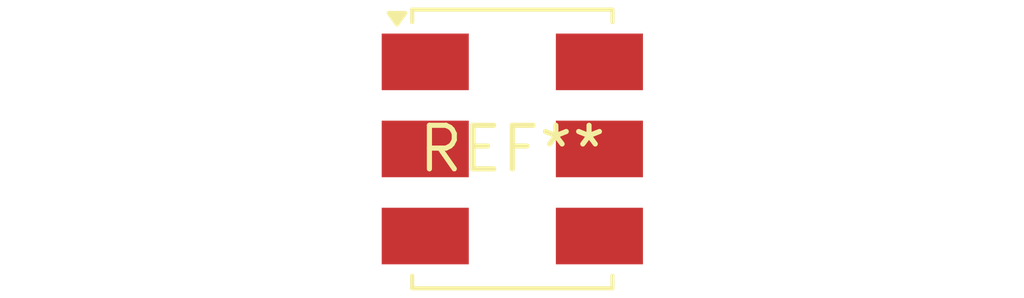
<source format=kicad_pcb>
(kicad_pcb (version 20240108) (generator pcbnew)
  (layers (0 "F.Cu" signal) (31 "B.Cu" signal) (34 "B.Paste" user) (35 "F.Paste" user) (36 "B.SilkS" user "B.Silkscreen") (37 "F.SilkS" user "F.Silkscreen") (38 "B.Mask" user) (39 "F.Mask" user) (44 "Edge.Cuts" user))
  (net 0 "")
  (footprint "Mini-Circuits_CD541_H2.08mm" (layer "F.Cu") (at 0 0)
    (property "Reference" "REF**")
    (property "Value" "Mini-Circuits_CD541_H2.08mm")
    (fp_line (start -2.922 3.7) (end -2.921 4.064) (layer "F.SilkS") (stroke (width 0.12)))
    (fp_line (start -2.921 -4.064) (end -2.92 -3.7) (layer "F.SilkS") (stroke (width 0.12)))
    (fp_line (start -2.921 4.064) (end 2.921 4.064) (layer "F.SilkS") (stroke (width 0.12)))
    (fp_line (start 2.92 3.7) (end 2.921 4.064) (layer "F.SilkS") (stroke (width 0.12)))
    (fp_line (start 2.921 -4.064) (end -2.921 -4.064) (layer "F.SilkS") (stroke (width 0.12)))
    (fp_line (start 2.921 -4.064) (end 2.922 -3.7) (layer "F.SilkS") (stroke (width 0.12)))
    (fp_poly (pts (xy -3.3655 -3.63) (xy -3.6055 -3.966) (xy -3.1255 -3.966) (xy -3.3655 -3.63)) (layer "F.SilkS") (stroke (width 0.12)) (fill solid))
    (pad "1" smd rect (at -2.54 -2.54) (size 2.54 1.65) (layers "F.Cu" "F.Paste" "F.Mask"))
    (pad "2" smd rect (at -2.54 0) (size 2.54 1.65) (layers "F.Cu" "F.Paste" "F.Mask"))
    (pad "3" smd rect (at -2.54 2.54) (size 2.54 1.65) (layers "F.Cu" "F.Paste" "F.Mask"))
    (pad "4" smd rect (at 2.54 2.54) (size 2.54 1.65) (layers "F.Cu" "F.Paste" "F.Mask"))
    (pad "5" smd rect (at 2.54 0) (size 2.54 1.65) (layers "F.Cu" "F.Paste" "F.Mask"))
    (pad "6" smd rect (at 2.54 -2.54) (size 2.54 1.65) (layers "F.Cu" "F.Paste" "F.Mask"))
  )
)
</source>
